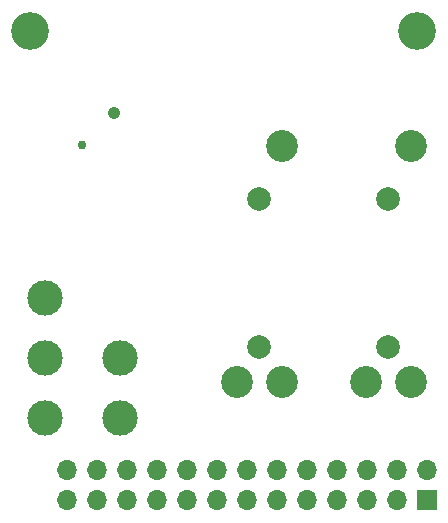
<source format=gbr>
G04 #@! TF.GenerationSoftware,KiCad,Pcbnew,(5.1.9)-1*
G04 #@! TF.CreationDate,2021-02-23T11:14:44+09:00*
G04 #@! TF.ProjectId,powertrain,706f7765-7274-4726-9169-6e2e6b696361,rev?*
G04 #@! TF.SameCoordinates,Original*
G04 #@! TF.FileFunction,Soldermask,Bot*
G04 #@! TF.FilePolarity,Negative*
%FSLAX46Y46*%
G04 Gerber Fmt 4.6, Leading zero omitted, Abs format (unit mm)*
G04 Created by KiCad (PCBNEW (5.1.9)-1) date 2021-02-23 11:14:44*
%MOMM*%
%LPD*%
G01*
G04 APERTURE LIST*
%ADD10C,1.050000*%
%ADD11C,0.750000*%
%ADD12C,2.700000*%
%ADD13C,2.000000*%
%ADD14O,1.700000X1.700000*%
%ADD15R,1.700000X1.700000*%
%ADD16C,3.200000*%
%ADD17C,3.000000*%
G04 APERTURE END LIST*
D10*
X42710148Y-30695852D03*
D11*
X40023142Y-33382858D03*
D12*
X67818000Y-53498000D03*
X64068000Y-53498000D03*
X67818000Y-33498000D03*
D13*
X65943000Y-50498000D03*
X65943000Y-37998000D03*
X55021000Y-37998000D03*
X55021000Y-50498000D03*
D12*
X56896000Y-33498000D03*
X53146000Y-53498000D03*
X56896000Y-53498000D03*
D14*
X38735000Y-60960000D03*
X38735000Y-63500000D03*
X41275000Y-60960000D03*
X41275000Y-63500000D03*
X43815000Y-60960000D03*
X43815000Y-63500000D03*
X46355000Y-60960000D03*
X46355000Y-63500000D03*
X48895000Y-60960000D03*
X48895000Y-63500000D03*
X51435000Y-60960000D03*
X51435000Y-63500000D03*
X53975000Y-60960000D03*
X53975000Y-63500000D03*
X56515000Y-60960000D03*
X56515000Y-63500000D03*
X59055000Y-60960000D03*
X59055000Y-63500000D03*
X61595000Y-60960000D03*
X61595000Y-63500000D03*
X64135000Y-60960000D03*
X64135000Y-63500000D03*
X66675000Y-60960000D03*
X66675000Y-63500000D03*
X69215000Y-60960000D03*
D15*
X69215000Y-63500000D03*
D16*
X68326000Y-23749000D03*
X35560000Y-23749000D03*
D17*
X36830000Y-46355000D03*
X36830000Y-56515000D03*
X36830000Y-51435000D03*
X43180000Y-51435000D03*
X43180000Y-56515000D03*
M02*

</source>
